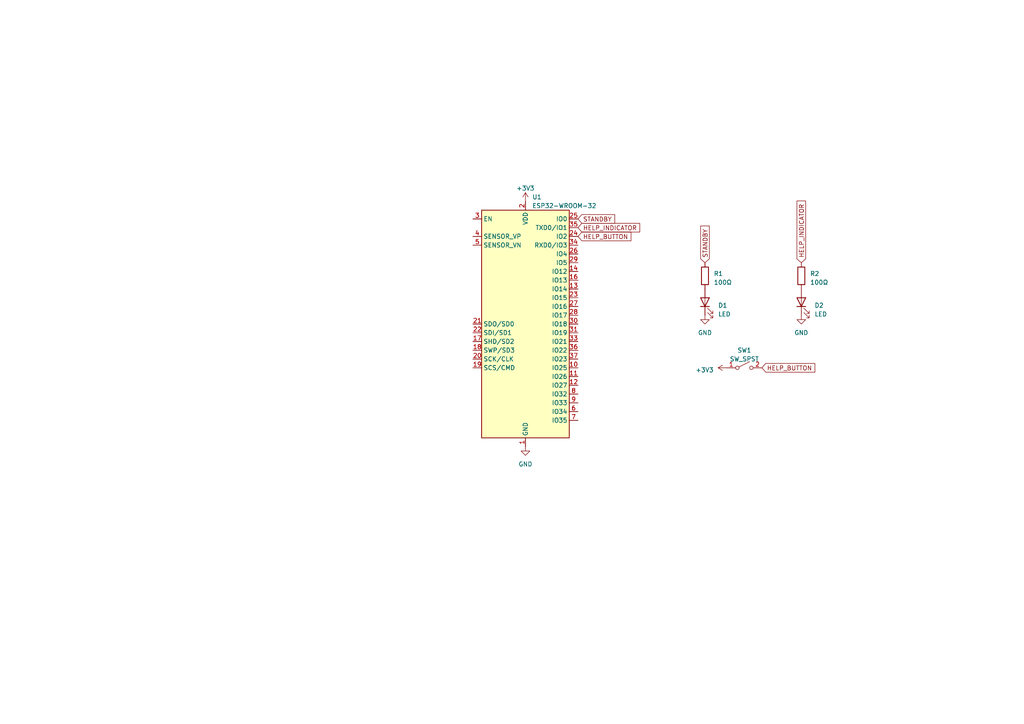
<source format=kicad_sch>
(kicad_sch (version 20230121) (generator eeschema)
  (paper "A4")
  (lib_symbols
    (symbol "Device:LED" (pin_numbers hide) (pin_names (offset 1.016) hide)
      (property "Reference" "D" (at 0 2.54 0))
      (property "Value" "LED" (at 0 -2.54 0))
      (symbol "LED_0_1"
        (polyline (pts (xy -1.27 -1.27) (xy -1.27 1.27)) (stroke (width 0.254)))
        (polyline (pts (xy -1.27 0) (xy 1.27 0)))
        (polyline (pts (xy 1.27 -1.27) (xy 1.27 1.27) (xy -1.27 0) (xy 1.27 -1.27)) (stroke (width 0.254)))
        (polyline (pts (xy -3.048 -0.762) (xy -4.572 -2.286) (xy -3.81 -2.286) (xy -4.572 -2.286) (xy -4.572 -1.524)))
        (polyline (pts (xy -1.778 -0.762) (xy -3.302 -2.286) (xy -2.54 -2.286) (xy -3.302 -2.286) (xy -3.302 -1.524)))
      )
      (symbol "LED_1_1"
        (pin passive line (at -3.81 0 0) (length 2.54) (name "K") (number "1"))
        (pin passive line (at 3.81 0 180) (length 2.54) (name "A") (number "2"))
      )
    )
    (symbol "Device:R" (pin_numbers hide) (pin_names (offset 0))
      (property "Reference" "R" (at 2.032 0 90))
      (property "Value" "R" (at 0 0 90))
      (symbol "R_0_1"
        (rectangle (start -1.016 -2.54) (end 1.016 2.54) (stroke (width 0.254)))
      )
      (symbol "R_1_1"
        (pin passive line (at 0 3.81 270) (length 1.27) (name "~") (number "1"))
        (pin passive line (at 0 -3.81 90) (length 1.27) (name "~") (number "2"))
      )
    )
    (symbol "RF_Module:ESP32-WROOM-32"
      (property "Reference" "U" (at -12.7 34.29 0))
      (property "Value" "ESP32-WROOM-32" (at 1.27 34.29 0))
      (symbol "ESP32-WROOM-32_0_1"
        (rectangle (start -12.7 33.02) (end 12.7 -33.02) (stroke (width 0.254)) (fill (type background)))
      )
      (symbol "ESP32-WROOM-32_1_1"
        (pin power_in line (at 0 -35.56 90) (length 2.54) (name "GND") (number "1"))
        (pin bidirectional line (at 15.24 -12.7 180) (length 2.54) (name "IO25") (number "10"))
        (pin bidirectional line (at 15.24 -15.24 180) (length 2.54) (name "IO26") (number "11"))
        (pin bidirectional line (at 15.24 -17.78 180) (length 2.54) (name "IO27") (number "12"))
        (pin bidirectional line (at 15.24 10.16 180) (length 2.54) (name "IO14") (number "13"))
        (pin bidirectional line (at 15.24 15.24 180) (length 2.54) (name "IO12") (number "14"))
        (pin passive line (at 0 -35.56 90) (length 2.54) hide (name "GND") (number "15"))
        (pin bidirectional line (at 15.24 12.7 180) (length 2.54) (name "IO13") (number "16"))
        (pin bidirectional line (at -15.24 -5.08 0) (length 2.54) (name "SHD/SD2") (number "17"))
        (pin bidirectional line (at -15.24 -7.62 0) (length 2.54) (name "SWP/SD3") (number "18"))
        (pin bidirectional line (at -15.24 -12.7 0) (length 2.54) (name "SCS/CMD") (number "19"))
        (pin power_in line (at 0 35.56 270) (length 2.54) (name "VDD") (number "2"))
        (pin bidirectional line (at -15.24 -10.16 0) (length 2.54) (name "SCK/CLK") (number "20"))
        (pin bidirectional line (at -15.24 0 0) (length 2.54) (name "SDO/SD0") (number "21"))
        (pin bidirectional line (at -15.24 -2.54 0) (length 2.54) (name "SDI/SD1") (number "22"))
        (pin bidirectional line (at 15.24 7.62 180) (length 2.54) (name "IO15") (number "23"))
        (pin bidirectional line (at 15.24 25.4 180) (length 2.54) (name "IO2") (number "24"))
        (pin bidirectional line (at 15.24 30.48 180) (length 2.54) (name "IO0") (number "25"))
        (pin bidirectional line (at 15.24 20.32 180) (length 2.54) (name "IO4") (number "26"))
        (pin bidirectional line (at 15.24 5.08 180) (length 2.54) (name "IO16") (number "27"))
        (pin bidirectional line (at 15.24 2.54 180) (length 2.54) (name "IO17") (number "28"))
        (pin bidirectional line (at 15.24 17.78 180) (length 2.54) (name "IO5") (number "29"))
        (pin input line (at -15.24 30.48 0) (length 2.54) (name "EN") (number "3"))
        (pin bidirectional line (at 15.24 0 180) (length 2.54) (name "IO18") (number "30"))
        (pin bidirectional line (at 15.24 -2.54 180) (length 2.54) (name "IO19") (number "31"))
        (pin no_connect line (at -12.7 -27.94 0) (length 2.54) hide (name "NC") (number "32"))
        (pin bidirectional line (at 15.24 -5.08 180) (length 2.54) (name "IO21") (number "33"))
        (pin bidirectional line (at 15.24 22.86 180) (length 2.54) (name "RXD0/IO3") (number "34"))
        (pin bidirectional line (at 15.24 27.94 180) (length 2.54) (name "TXD0/IO1") (number "35"))
        (pin bidirectional line (at 15.24 -7.62 180) (length 2.54) (name "IO22") (number "36"))
        (pin bidirectional line (at 15.24 -10.16 180) (length 2.54) (name "IO23") (number "37"))
        (pin passive line (at 0 -35.56 90) (length 2.54) hide (name "GND") (number "38"))
        (pin passive line (at 0 -35.56 90) (length 2.54) hide (name "GND") (number "39"))
        (pin input line (at -15.24 25.4 0) (length 2.54) (name "SENSOR_VP") (number "4"))
        (pin input line (at -15.24 22.86 0) (length 2.54) (name "SENSOR_VN") (number "5"))
        (pin input line (at 15.24 -25.4 180) (length 2.54) (name "IO34") (number "6"))
        (pin input line (at 15.24 -27.94 180) (length 2.54) (name "IO35") (number "7"))
        (pin bidirectional line (at 15.24 -20.32 180) (length 2.54) (name "IO32") (number "8"))
        (pin bidirectional line (at 15.24 -22.86 180) (length 2.54) (name "IO33") (number "9"))
      )
    )
    (symbol "Switch:SW_SPST" (pin_names (offset 0) hide)
      (property "Reference" "SW" (at 0 3.175 0))
      (property "Value" "SW_SPST" (at 0 -2.54 0))
      (symbol "SW_SPST_0_0"
        (circle (center -2.032 0) (radius 0.508))
        (polyline (pts (xy -1.524 0.254) (xy 1.524 1.778)))
        (circle (center 2.032 0) (radius 0.508))
      )
      (symbol "SW_SPST_1_1"
        (pin passive line (at -5.08 0 0) (length 2.54) (name "A") (number "1"))
        (pin passive line (at 5.08 0 180) (length 2.54) (name "B") (number "2"))
      )
    )
    (symbol "power:+3V3" (power) (pin_names (offset 0))
      (property "Value" "+3V3" (at 0 3.556 0))
      (symbol "+3V3_0_1"
        (polyline (pts (xy -0.762 1.27) (xy 0 2.54)))
        (polyline (pts (xy 0 0) (xy 0 2.54)))
        (polyline (pts (xy 0 2.54) (xy 0.762 1.27)))
      )
      (symbol "+3V3_1_1"
        (pin power_in line (at 0 0 90) (length 0) hide (name "+3V3") (number "1"))
      )
    )
    (symbol "power:GND" (power) (pin_names (offset 0))
      (property "Value" "GND" (at 0 -3.81 0))
      (symbol "GND_0_1"
        (polyline (pts (xy 0 0) (xy 0 -1.27) (xy 1.27 -1.27) (xy 0 -2.54) (xy -1.27 -1.27) (xy 0 -1.27)))
      )
      (symbol "GND_1_1"
        (pin power_in line (at 0 0 270) (length 0) hide (name "GND") (number "1"))
      )
    )
  )
  (global_label "STANDBY" (shape input) (at 167.64 63.5 0) (property "Intersheetrefs" "${INTERSHEET_REFS}" (effects hide)))
  (global_label "HELP_INDICATOR" (shape input) (at 167.64 66.04 0) (property "Intersheetrefs" "${INTERSHEET_REFS}" (effects hide)))
  (global_label "STANDBY" (shape input) (at 204.47 76.2 90) (property "Intersheetrefs" "${INTERSHEET_REFS}" (effects hide)))
  (global_label "HELP_BUTTON" (shape input) (at 167.64 68.58 0) (property "Intersheetrefs" "${INTERSHEET_REFS}" (effects hide)))
  (global_label "HELP_BUTTON" (shape input) (at 220.98 106.68 0) (property "Intersheetrefs" "${INTERSHEET_REFS}" (effects hide)))
  (global_label "HELP_INDICATOR" (shape input) (at 232.41 76.2 90) (property "Intersheetrefs" "${INTERSHEET_REFS}" (effects hide)))
  (symbol (lib_id "Device:R") (at 232.41 80.01 0) (unit 1)
    (property "Reference" "R2" (at 234.95 79.375 0) (effects (justify left)))
    (property "Value" "100Ω" (at 234.95 81.915 0) (effects (justify left)))
  )
  (symbol (lib_id "power:+3V3") (at 210.82 106.68 90) (unit 1)
    (property "Reference" "#PWR05" (effects hide))
    (property "Value" "+3V3" (at 207.01 107.315 90) (effects (justify left)))
  )
  (symbol (lib_id "power:GND") (at 232.41 91.44 0) (unit 1)
    (property "Reference" "#PWR04" (effects hide))
    (property "Value" "GND" (at 232.41 96.52 0))
  )
  (symbol (lib_id "power:+3V3") (at 152.4 58.42 0) (unit 1)
    (property "Reference" "#PWR01" (effects hide))
    (property "Value" "+3V3" (at 152.4 54.61 0))
  )
  (symbol (lib_id "power:GND") (at 152.4 129.54 0) (unit 1)
    (property "Reference" "#PWR02" (effects hide))
    (property "Value" "GND" (at 152.4 134.62 0))
  )
  (symbol (lib_id "power:GND") (at 204.47 91.44 0) (unit 1)
    (property "Reference" "#PWR03" (effects hide))
    (property "Value" "GND" (at 204.47 96.52 0))
  )
  (symbol (lib_id "Device:R") (at 204.47 80.01 0) (unit 1)
    (property "Reference" "R1" (at 207.01 79.375 0) (effects (justify left)))
    (property "Value" "100Ω" (at 207.01 81.915 0) (effects (justify left)))
  )
  (symbol (lib_id "Device:LED") (at 204.47 87.63 90) (unit 1)
    (property "Reference" "D1" (at 208.28 88.5825 90) (effects (justify right)))
    (property "Value" "LED" (at 208.28 91.1225 90) (effects (justify right)))
  )
  (symbol (lib_id "Switch:SW_SPST") (at 215.9 106.68 0) (unit 1)
    (property "Reference" "SW1" (at 215.9 101.6 0))
    (property "Value" "SW_SPST" (at 215.9 104.14 0))
  )
  (symbol (lib_id "Device:LED") (at 232.41 87.63 90) (unit 1)
    (property "Reference" "D2" (at 236.22 88.5825 90) (effects (justify right)))
    (property "Value" "LED" (at 236.22 91.1225 90) (effects (justify right)))
  )
  (symbol (lib_id "RF_Module:ESP32-WROOM-32") (at 152.4 93.98 0) (unit 1)
    (property "Reference" "U1" (at 154.3559 57.15 0) (effects (justify left)))
    (property "Value" "ESP32-WROOM-32" (at 154.3559 59.69 0) (effects (justify left)))
    (property "Footprint" "RF_Module:ESP32-WROOM-32" (effects hide))
    (property "Datasheet" "https://www.espressif.com/sites/default/files/documentation/esp32-wroom-32_datasheet_en.pdf" (effects hide))
  )
)
</source>
